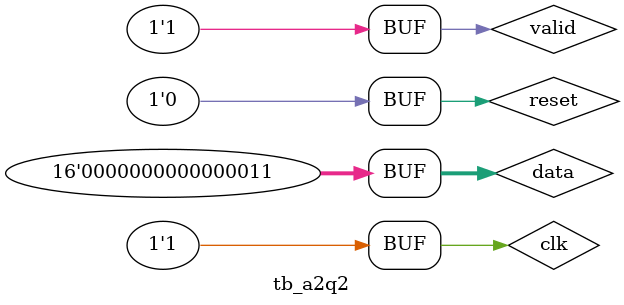
<source format=sv>
module a2q2(
	input logic [15:0] data,
	input logic valid, clk, reset,
	output logic [15:0] sum
);

always_ff @ (posedge clk) begin
	if(reset) sum <= 16'd0;
	else begin
		if(valid) sum <= sum + data;
		else sum <= sum;
	end
end

endmodule


`timescale 1ns/1ns
module tb_a2q2();

logic clk, reset, valid;
logic [15:0] data, sum;

a2q2 assignment2q2(.clk(clk),.valid(valid),.reset(reset),.data(data),.sum(sum));

always begin
	clk = 0; #2; clk = 1; #2;
end

initial begin
	valid=1; #16;
	valid=0; #4;
	valid=1;
end

initial begin
	#3;
	data=3; #4;
	data=2; #4;
	data=1; #4;
	data=7; #4;
	data=2; #4;
	data=3;
end

initial begin
	reset = 1; #4; reset = 0;
end

endmodule

</source>
